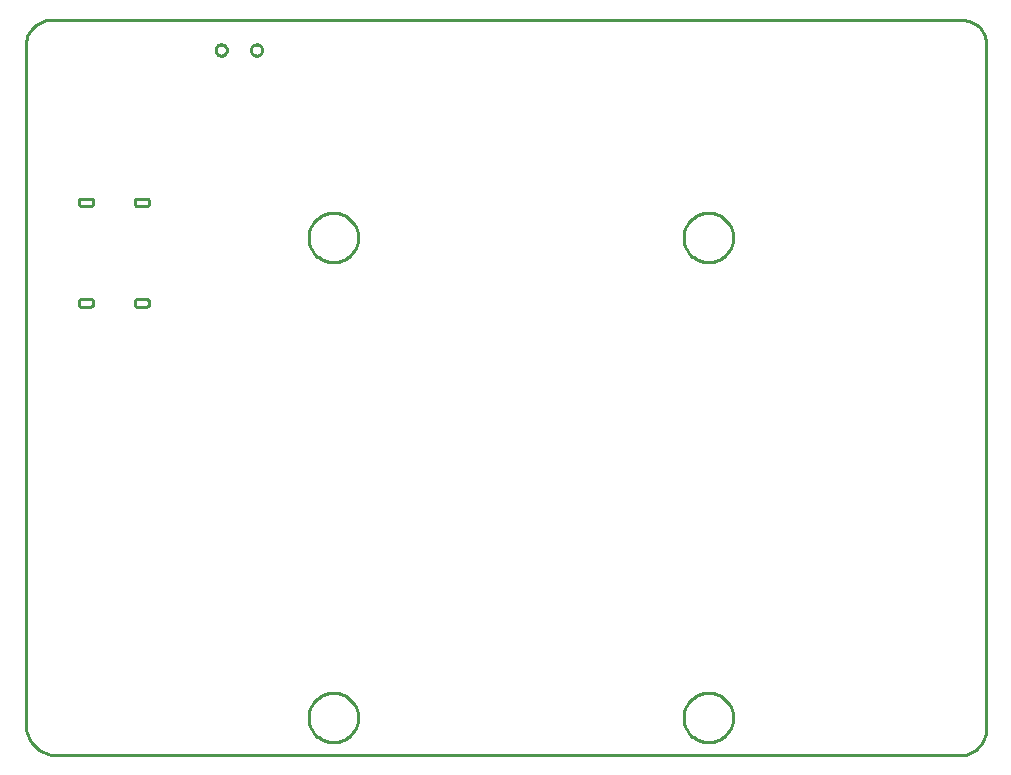
<source format=gbr>
G04 EAGLE Gerber RS-274X export*
G75*
%MOMM*%
%FSLAX34Y34*%
%LPD*%
%IN*%
%IPPOS*%
%AMOC8*
5,1,8,0,0,1.08239X$1,22.5*%
G01*
%ADD10C,0.254000*%


D10*
X-228600Y25400D02*
X-228503Y23186D01*
X-228214Y20989D01*
X-227735Y18826D01*
X-227068Y16713D01*
X-226220Y14666D01*
X-225197Y12700D01*
X-224006Y10831D01*
X-222658Y9073D01*
X-221161Y7440D01*
X-219527Y5942D01*
X-217769Y4594D01*
X-215900Y3403D01*
X-213935Y2380D01*
X-211887Y1532D01*
X-209774Y865D01*
X-207611Y386D01*
X-205414Y97D01*
X-203200Y0D01*
X565150Y0D01*
X567075Y361D01*
X568961Y889D01*
X570794Y1579D01*
X572560Y2426D01*
X574245Y3424D01*
X575837Y4565D01*
X577324Y5840D01*
X578693Y7241D01*
X579936Y8755D01*
X581041Y10371D01*
X582002Y12078D01*
X582810Y13862D01*
X583460Y15710D01*
X583946Y17607D01*
X584264Y19540D01*
X584414Y21492D01*
X584392Y23451D01*
X584200Y25400D01*
X584200Y601980D01*
X584180Y603698D01*
X584011Y605408D01*
X583694Y607097D01*
X583230Y608751D01*
X582624Y610359D01*
X581880Y611908D01*
X581004Y613386D01*
X580003Y614782D01*
X578883Y616085D01*
X577655Y617286D01*
X576326Y618376D01*
X574907Y619345D01*
X573410Y620187D01*
X571844Y620896D01*
X570223Y621465D01*
X568559Y621891D01*
X566863Y622170D01*
X565150Y622300D01*
X-209550Y622300D01*
X-211475Y621939D01*
X-213361Y621411D01*
X-215194Y620721D01*
X-216960Y619874D01*
X-218645Y618876D01*
X-220237Y617735D01*
X-221724Y616460D01*
X-223093Y615060D01*
X-224336Y613545D01*
X-225441Y611929D01*
X-226402Y610222D01*
X-227210Y608438D01*
X-227860Y606590D01*
X-228346Y604693D01*
X-228664Y602760D01*
X-228814Y600808D01*
X-228792Y598849D01*
X-228600Y596900D01*
X-228600Y25400D01*
X-183900Y381150D02*
X-183895Y381028D01*
X-183879Y380907D01*
X-183852Y380788D01*
X-183816Y380671D01*
X-183769Y380558D01*
X-183712Y380450D01*
X-183647Y380347D01*
X-183572Y380250D01*
X-183490Y380160D01*
X-183400Y380078D01*
X-183303Y380003D01*
X-183200Y379938D01*
X-183092Y379881D01*
X-182979Y379834D01*
X-182862Y379798D01*
X-182743Y379771D01*
X-182622Y379755D01*
X-182500Y379750D01*
X-173300Y379750D01*
X-173178Y379755D01*
X-173057Y379771D01*
X-172938Y379798D01*
X-172821Y379834D01*
X-172708Y379881D01*
X-172600Y379938D01*
X-172497Y380003D01*
X-172400Y380078D01*
X-172310Y380160D01*
X-172228Y380250D01*
X-172153Y380347D01*
X-172088Y380450D01*
X-172031Y380558D01*
X-171984Y380671D01*
X-171948Y380788D01*
X-171921Y380907D01*
X-171905Y381028D01*
X-171900Y381150D01*
X-171900Y384350D01*
X-171905Y384472D01*
X-171921Y384593D01*
X-171948Y384712D01*
X-171984Y384829D01*
X-172031Y384942D01*
X-172088Y385050D01*
X-172153Y385153D01*
X-172228Y385250D01*
X-172310Y385340D01*
X-172400Y385422D01*
X-172497Y385497D01*
X-172600Y385562D01*
X-172708Y385619D01*
X-172821Y385666D01*
X-172938Y385702D01*
X-173057Y385729D01*
X-173178Y385745D01*
X-173300Y385750D01*
X-182500Y385750D01*
X-182622Y385745D01*
X-182743Y385729D01*
X-182862Y385702D01*
X-182979Y385666D01*
X-183092Y385619D01*
X-183200Y385562D01*
X-183303Y385497D01*
X-183400Y385422D01*
X-183490Y385340D01*
X-183572Y385250D01*
X-183647Y385153D01*
X-183712Y385050D01*
X-183769Y384942D01*
X-183816Y384829D01*
X-183852Y384712D01*
X-183879Y384593D01*
X-183895Y384472D01*
X-183900Y384350D01*
X-183900Y381150D01*
X-183900Y466550D02*
X-183895Y466428D01*
X-183879Y466307D01*
X-183852Y466188D01*
X-183816Y466071D01*
X-183769Y465958D01*
X-183712Y465850D01*
X-183647Y465747D01*
X-183572Y465650D01*
X-183490Y465560D01*
X-183400Y465478D01*
X-183303Y465403D01*
X-183200Y465338D01*
X-183092Y465281D01*
X-182979Y465234D01*
X-182862Y465198D01*
X-182743Y465171D01*
X-182622Y465155D01*
X-182500Y465150D01*
X-173300Y465150D01*
X-173178Y465155D01*
X-173057Y465171D01*
X-172938Y465198D01*
X-172821Y465234D01*
X-172708Y465281D01*
X-172600Y465338D01*
X-172497Y465403D01*
X-172400Y465478D01*
X-172310Y465560D01*
X-172228Y465650D01*
X-172153Y465747D01*
X-172088Y465850D01*
X-172031Y465958D01*
X-171984Y466071D01*
X-171948Y466188D01*
X-171921Y466307D01*
X-171905Y466428D01*
X-171900Y466550D01*
X-171900Y469750D01*
X-171905Y469872D01*
X-171921Y469993D01*
X-171948Y470112D01*
X-171984Y470229D01*
X-172031Y470342D01*
X-172088Y470450D01*
X-172153Y470553D01*
X-172228Y470650D01*
X-172310Y470740D01*
X-172400Y470822D01*
X-172497Y470897D01*
X-172600Y470962D01*
X-172708Y471019D01*
X-172821Y471066D01*
X-172938Y471102D01*
X-173057Y471129D01*
X-173178Y471145D01*
X-173300Y471150D01*
X-182500Y471150D01*
X-182622Y471145D01*
X-182743Y471129D01*
X-182862Y471102D01*
X-182979Y471066D01*
X-183092Y471019D01*
X-183200Y470962D01*
X-183303Y470897D01*
X-183400Y470822D01*
X-183490Y470740D01*
X-183572Y470650D01*
X-183647Y470553D01*
X-183712Y470450D01*
X-183769Y470342D01*
X-183816Y470229D01*
X-183852Y470112D01*
X-183879Y469993D01*
X-183895Y469872D01*
X-183900Y469750D01*
X-183900Y466550D01*
X-136600Y381150D02*
X-136595Y381028D01*
X-136579Y380907D01*
X-136552Y380788D01*
X-136516Y380671D01*
X-136469Y380558D01*
X-136412Y380450D01*
X-136347Y380347D01*
X-136272Y380250D01*
X-136190Y380160D01*
X-136100Y380078D01*
X-136003Y380003D01*
X-135900Y379938D01*
X-135792Y379881D01*
X-135679Y379834D01*
X-135562Y379798D01*
X-135443Y379771D01*
X-135322Y379755D01*
X-135200Y379750D01*
X-126000Y379750D01*
X-125878Y379755D01*
X-125757Y379771D01*
X-125638Y379798D01*
X-125521Y379834D01*
X-125408Y379881D01*
X-125300Y379938D01*
X-125197Y380003D01*
X-125100Y380078D01*
X-125010Y380160D01*
X-124928Y380250D01*
X-124853Y380347D01*
X-124788Y380450D01*
X-124731Y380558D01*
X-124684Y380671D01*
X-124648Y380788D01*
X-124621Y380907D01*
X-124605Y381028D01*
X-124600Y381150D01*
X-124600Y384350D01*
X-124605Y384472D01*
X-124621Y384593D01*
X-124648Y384712D01*
X-124684Y384829D01*
X-124731Y384942D01*
X-124788Y385050D01*
X-124853Y385153D01*
X-124928Y385250D01*
X-125010Y385340D01*
X-125100Y385422D01*
X-125197Y385497D01*
X-125300Y385562D01*
X-125408Y385619D01*
X-125521Y385666D01*
X-125638Y385702D01*
X-125757Y385729D01*
X-125878Y385745D01*
X-126000Y385750D01*
X-135200Y385750D01*
X-135322Y385745D01*
X-135443Y385729D01*
X-135562Y385702D01*
X-135679Y385666D01*
X-135792Y385619D01*
X-135900Y385562D01*
X-136003Y385497D01*
X-136100Y385422D01*
X-136190Y385340D01*
X-136272Y385250D01*
X-136347Y385153D01*
X-136412Y385050D01*
X-136469Y384942D01*
X-136516Y384829D01*
X-136552Y384712D01*
X-136579Y384593D01*
X-136595Y384472D01*
X-136600Y384350D01*
X-136600Y381150D01*
X-136600Y466550D02*
X-136595Y466428D01*
X-136579Y466307D01*
X-136552Y466188D01*
X-136516Y466071D01*
X-136469Y465958D01*
X-136412Y465850D01*
X-136347Y465747D01*
X-136272Y465650D01*
X-136190Y465560D01*
X-136100Y465478D01*
X-136003Y465403D01*
X-135900Y465338D01*
X-135792Y465281D01*
X-135679Y465234D01*
X-135562Y465198D01*
X-135443Y465171D01*
X-135322Y465155D01*
X-135200Y465150D01*
X-126000Y465150D01*
X-125878Y465155D01*
X-125757Y465171D01*
X-125638Y465198D01*
X-125521Y465234D01*
X-125408Y465281D01*
X-125300Y465338D01*
X-125197Y465403D01*
X-125100Y465478D01*
X-125010Y465560D01*
X-124928Y465650D01*
X-124853Y465747D01*
X-124788Y465850D01*
X-124731Y465958D01*
X-124684Y466071D01*
X-124648Y466188D01*
X-124621Y466307D01*
X-124605Y466428D01*
X-124600Y466550D01*
X-124600Y469750D01*
X-124605Y469872D01*
X-124621Y469993D01*
X-124648Y470112D01*
X-124684Y470229D01*
X-124731Y470342D01*
X-124788Y470450D01*
X-124853Y470553D01*
X-124928Y470650D01*
X-125010Y470740D01*
X-125100Y470822D01*
X-125197Y470897D01*
X-125300Y470962D01*
X-125408Y471019D01*
X-125521Y471066D01*
X-125638Y471102D01*
X-125757Y471129D01*
X-125878Y471145D01*
X-126000Y471150D01*
X-135200Y471150D01*
X-135322Y471145D01*
X-135443Y471129D01*
X-135562Y471102D01*
X-135679Y471066D01*
X-135792Y471019D01*
X-135900Y470962D01*
X-136003Y470897D01*
X-136100Y470822D01*
X-136190Y470740D01*
X-136272Y470650D01*
X-136347Y470553D01*
X-136412Y470450D01*
X-136469Y470342D01*
X-136516Y470229D01*
X-136552Y470112D01*
X-136579Y469993D01*
X-136595Y469872D01*
X-136600Y469750D01*
X-136600Y466550D01*
X52705Y31117D02*
X52629Y29853D01*
X52476Y28596D01*
X52248Y27350D01*
X51945Y26120D01*
X51568Y24911D01*
X51119Y23727D01*
X50599Y22572D01*
X50010Y21451D01*
X49355Y20367D01*
X48636Y19325D01*
X47855Y18328D01*
X47015Y17380D01*
X46120Y16485D01*
X45172Y15645D01*
X44175Y14864D01*
X43133Y14145D01*
X42049Y13490D01*
X40928Y12901D01*
X39773Y12381D01*
X38589Y11932D01*
X37380Y11555D01*
X36150Y11252D01*
X34904Y11024D01*
X33647Y10871D01*
X32383Y10795D01*
X31117Y10795D01*
X29853Y10871D01*
X28596Y11024D01*
X27350Y11252D01*
X26120Y11555D01*
X24911Y11932D01*
X23727Y12381D01*
X22572Y12901D01*
X21451Y13490D01*
X20367Y14145D01*
X19325Y14864D01*
X18328Y15645D01*
X17380Y16485D01*
X16485Y17380D01*
X15645Y18328D01*
X14864Y19325D01*
X14145Y20367D01*
X13490Y21451D01*
X12901Y22572D01*
X12381Y23727D01*
X11932Y24911D01*
X11555Y26120D01*
X11252Y27350D01*
X11024Y28596D01*
X10871Y29853D01*
X10795Y31117D01*
X10795Y32383D01*
X10871Y33647D01*
X11024Y34904D01*
X11252Y36150D01*
X11555Y37380D01*
X11932Y38589D01*
X12381Y39773D01*
X12901Y40928D01*
X13490Y42049D01*
X14145Y43133D01*
X14864Y44175D01*
X15645Y45172D01*
X16485Y46120D01*
X17380Y47015D01*
X18328Y47855D01*
X19325Y48636D01*
X20367Y49355D01*
X21451Y50010D01*
X22572Y50599D01*
X23727Y51119D01*
X24911Y51568D01*
X26120Y51945D01*
X27350Y52248D01*
X28596Y52476D01*
X29853Y52629D01*
X31117Y52705D01*
X32383Y52705D01*
X33647Y52629D01*
X34904Y52476D01*
X36150Y52248D01*
X37380Y51945D01*
X38589Y51568D01*
X39773Y51119D01*
X40928Y50599D01*
X42049Y50010D01*
X43133Y49355D01*
X44175Y48636D01*
X45172Y47855D01*
X46120Y47015D01*
X47015Y46120D01*
X47855Y45172D01*
X48636Y44175D01*
X49355Y43133D01*
X50010Y42049D01*
X50599Y40928D01*
X51119Y39773D01*
X51568Y38589D01*
X51945Y37380D01*
X52248Y36150D01*
X52476Y34904D01*
X52629Y33647D01*
X52705Y32383D01*
X52705Y31117D01*
X370205Y31117D02*
X370129Y29853D01*
X369976Y28596D01*
X369748Y27350D01*
X369445Y26120D01*
X369068Y24911D01*
X368619Y23727D01*
X368099Y22572D01*
X367510Y21451D01*
X366855Y20367D01*
X366136Y19325D01*
X365355Y18328D01*
X364515Y17380D01*
X363620Y16485D01*
X362672Y15645D01*
X361675Y14864D01*
X360633Y14145D01*
X359549Y13490D01*
X358428Y12901D01*
X357273Y12381D01*
X356089Y11932D01*
X354880Y11555D01*
X353650Y11252D01*
X352404Y11024D01*
X351147Y10871D01*
X349883Y10795D01*
X348617Y10795D01*
X347353Y10871D01*
X346096Y11024D01*
X344850Y11252D01*
X343620Y11555D01*
X342411Y11932D01*
X341227Y12381D01*
X340072Y12901D01*
X338951Y13490D01*
X337867Y14145D01*
X336825Y14864D01*
X335828Y15645D01*
X334880Y16485D01*
X333985Y17380D01*
X333145Y18328D01*
X332364Y19325D01*
X331645Y20367D01*
X330990Y21451D01*
X330401Y22572D01*
X329881Y23727D01*
X329432Y24911D01*
X329055Y26120D01*
X328752Y27350D01*
X328524Y28596D01*
X328371Y29853D01*
X328295Y31117D01*
X328295Y32383D01*
X328371Y33647D01*
X328524Y34904D01*
X328752Y36150D01*
X329055Y37380D01*
X329432Y38589D01*
X329881Y39773D01*
X330401Y40928D01*
X330990Y42049D01*
X331645Y43133D01*
X332364Y44175D01*
X333145Y45172D01*
X333985Y46120D01*
X334880Y47015D01*
X335828Y47855D01*
X336825Y48636D01*
X337867Y49355D01*
X338951Y50010D01*
X340072Y50599D01*
X341227Y51119D01*
X342411Y51568D01*
X343620Y51945D01*
X344850Y52248D01*
X346096Y52476D01*
X347353Y52629D01*
X348617Y52705D01*
X349883Y52705D01*
X351147Y52629D01*
X352404Y52476D01*
X353650Y52248D01*
X354880Y51945D01*
X356089Y51568D01*
X357273Y51119D01*
X358428Y50599D01*
X359549Y50010D01*
X360633Y49355D01*
X361675Y48636D01*
X362672Y47855D01*
X363620Y47015D01*
X364515Y46120D01*
X365355Y45172D01*
X366136Y44175D01*
X366855Y43133D01*
X367510Y42049D01*
X368099Y40928D01*
X368619Y39773D01*
X369068Y38589D01*
X369445Y37380D01*
X369748Y36150D01*
X369976Y34904D01*
X370129Y33647D01*
X370205Y32383D01*
X370205Y31117D01*
X370205Y437517D02*
X370129Y436253D01*
X369976Y434996D01*
X369748Y433750D01*
X369445Y432520D01*
X369068Y431311D01*
X368619Y430127D01*
X368099Y428972D01*
X367510Y427851D01*
X366855Y426767D01*
X366136Y425725D01*
X365355Y424728D01*
X364515Y423780D01*
X363620Y422885D01*
X362672Y422045D01*
X361675Y421264D01*
X360633Y420545D01*
X359549Y419890D01*
X358428Y419301D01*
X357273Y418781D01*
X356089Y418332D01*
X354880Y417955D01*
X353650Y417652D01*
X352404Y417424D01*
X351147Y417271D01*
X349883Y417195D01*
X348617Y417195D01*
X347353Y417271D01*
X346096Y417424D01*
X344850Y417652D01*
X343620Y417955D01*
X342411Y418332D01*
X341227Y418781D01*
X340072Y419301D01*
X338951Y419890D01*
X337867Y420545D01*
X336825Y421264D01*
X335828Y422045D01*
X334880Y422885D01*
X333985Y423780D01*
X333145Y424728D01*
X332364Y425725D01*
X331645Y426767D01*
X330990Y427851D01*
X330401Y428972D01*
X329881Y430127D01*
X329432Y431311D01*
X329055Y432520D01*
X328752Y433750D01*
X328524Y434996D01*
X328371Y436253D01*
X328295Y437517D01*
X328295Y438783D01*
X328371Y440047D01*
X328524Y441304D01*
X328752Y442550D01*
X329055Y443780D01*
X329432Y444989D01*
X329881Y446173D01*
X330401Y447328D01*
X330990Y448449D01*
X331645Y449533D01*
X332364Y450575D01*
X333145Y451572D01*
X333985Y452520D01*
X334880Y453415D01*
X335828Y454255D01*
X336825Y455036D01*
X337867Y455755D01*
X338951Y456410D01*
X340072Y456999D01*
X341227Y457519D01*
X342411Y457968D01*
X343620Y458345D01*
X344850Y458648D01*
X346096Y458876D01*
X347353Y459029D01*
X348617Y459105D01*
X349883Y459105D01*
X351147Y459029D01*
X352404Y458876D01*
X353650Y458648D01*
X354880Y458345D01*
X356089Y457968D01*
X357273Y457519D01*
X358428Y456999D01*
X359549Y456410D01*
X360633Y455755D01*
X361675Y455036D01*
X362672Y454255D01*
X363620Y453415D01*
X364515Y452520D01*
X365355Y451572D01*
X366136Y450575D01*
X366855Y449533D01*
X367510Y448449D01*
X368099Y447328D01*
X368619Y446173D01*
X369068Y444989D01*
X369445Y443780D01*
X369748Y442550D01*
X369976Y441304D01*
X370129Y440047D01*
X370205Y438783D01*
X370205Y437517D01*
X52705Y437517D02*
X52629Y436253D01*
X52476Y434996D01*
X52248Y433750D01*
X51945Y432520D01*
X51568Y431311D01*
X51119Y430127D01*
X50599Y428972D01*
X50010Y427851D01*
X49355Y426767D01*
X48636Y425725D01*
X47855Y424728D01*
X47015Y423780D01*
X46120Y422885D01*
X45172Y422045D01*
X44175Y421264D01*
X43133Y420545D01*
X42049Y419890D01*
X40928Y419301D01*
X39773Y418781D01*
X38589Y418332D01*
X37380Y417955D01*
X36150Y417652D01*
X34904Y417424D01*
X33647Y417271D01*
X32383Y417195D01*
X31117Y417195D01*
X29853Y417271D01*
X28596Y417424D01*
X27350Y417652D01*
X26120Y417955D01*
X24911Y418332D01*
X23727Y418781D01*
X22572Y419301D01*
X21451Y419890D01*
X20367Y420545D01*
X19325Y421264D01*
X18328Y422045D01*
X17380Y422885D01*
X16485Y423780D01*
X15645Y424728D01*
X14864Y425725D01*
X14145Y426767D01*
X13490Y427851D01*
X12901Y428972D01*
X12381Y430127D01*
X11932Y431311D01*
X11555Y432520D01*
X11252Y433750D01*
X11024Y434996D01*
X10871Y436253D01*
X10795Y437517D01*
X10795Y438783D01*
X10871Y440047D01*
X11024Y441304D01*
X11252Y442550D01*
X11555Y443780D01*
X11932Y444989D01*
X12381Y446173D01*
X12901Y447328D01*
X13490Y448449D01*
X14145Y449533D01*
X14864Y450575D01*
X15645Y451572D01*
X16485Y452520D01*
X17380Y453415D01*
X18328Y454255D01*
X19325Y455036D01*
X20367Y455755D01*
X21451Y456410D01*
X22572Y456999D01*
X23727Y457519D01*
X24911Y457968D01*
X26120Y458345D01*
X27350Y458648D01*
X28596Y458876D01*
X29853Y459029D01*
X31117Y459105D01*
X32383Y459105D01*
X33647Y459029D01*
X34904Y458876D01*
X36150Y458648D01*
X37380Y458345D01*
X38589Y457968D01*
X39773Y457519D01*
X40928Y456999D01*
X42049Y456410D01*
X43133Y455755D01*
X44175Y455036D01*
X45172Y454255D01*
X46120Y453415D01*
X47015Y452520D01*
X47855Y451572D01*
X48636Y450575D01*
X49355Y449533D01*
X50010Y448449D01*
X50599Y447328D01*
X51119Y446173D01*
X51568Y444989D01*
X51945Y443780D01*
X52248Y442550D01*
X52476Y441304D01*
X52629Y440047D01*
X52705Y438783D01*
X52705Y437517D01*
X-58510Y596633D02*
X-58570Y596103D01*
X-58688Y595583D01*
X-58865Y595079D01*
X-59096Y594599D01*
X-59380Y594147D01*
X-59713Y593730D01*
X-60090Y593353D01*
X-60507Y593020D01*
X-60959Y592736D01*
X-61439Y592505D01*
X-61943Y592328D01*
X-62463Y592210D01*
X-62993Y592150D01*
X-63527Y592150D01*
X-64057Y592210D01*
X-64577Y592328D01*
X-65081Y592505D01*
X-65561Y592736D01*
X-66013Y593020D01*
X-66430Y593353D01*
X-66807Y593730D01*
X-67140Y594147D01*
X-67424Y594599D01*
X-67655Y595079D01*
X-67832Y595583D01*
X-67950Y596103D01*
X-68010Y596633D01*
X-68010Y597167D01*
X-67950Y597697D01*
X-67832Y598217D01*
X-67655Y598721D01*
X-67424Y599201D01*
X-67140Y599653D01*
X-66807Y600070D01*
X-66430Y600447D01*
X-66013Y600780D01*
X-65561Y601064D01*
X-65081Y601295D01*
X-64577Y601472D01*
X-64057Y601590D01*
X-63527Y601650D01*
X-62993Y601650D01*
X-62463Y601590D01*
X-61943Y601472D01*
X-61439Y601295D01*
X-60959Y601064D01*
X-60507Y600780D01*
X-60090Y600447D01*
X-59713Y600070D01*
X-59380Y599653D01*
X-59096Y599201D01*
X-58865Y598721D01*
X-58688Y598217D01*
X-58570Y597697D01*
X-58510Y597167D01*
X-58510Y596633D01*
X-28510Y596633D02*
X-28570Y596103D01*
X-28688Y595583D01*
X-28865Y595079D01*
X-29096Y594599D01*
X-29380Y594147D01*
X-29713Y593730D01*
X-30090Y593353D01*
X-30507Y593020D01*
X-30959Y592736D01*
X-31439Y592505D01*
X-31943Y592328D01*
X-32463Y592210D01*
X-32993Y592150D01*
X-33527Y592150D01*
X-34057Y592210D01*
X-34577Y592328D01*
X-35081Y592505D01*
X-35561Y592736D01*
X-36013Y593020D01*
X-36430Y593353D01*
X-36807Y593730D01*
X-37140Y594147D01*
X-37424Y594599D01*
X-37655Y595079D01*
X-37832Y595583D01*
X-37950Y596103D01*
X-38010Y596633D01*
X-38010Y597167D01*
X-37950Y597697D01*
X-37832Y598217D01*
X-37655Y598721D01*
X-37424Y599201D01*
X-37140Y599653D01*
X-36807Y600070D01*
X-36430Y600447D01*
X-36013Y600780D01*
X-35561Y601064D01*
X-35081Y601295D01*
X-34577Y601472D01*
X-34057Y601590D01*
X-33527Y601650D01*
X-32993Y601650D01*
X-32463Y601590D01*
X-31943Y601472D01*
X-31439Y601295D01*
X-30959Y601064D01*
X-30507Y600780D01*
X-30090Y600447D01*
X-29713Y600070D01*
X-29380Y599653D01*
X-29096Y599201D01*
X-28865Y598721D01*
X-28688Y598217D01*
X-28570Y597697D01*
X-28510Y597167D01*
X-28510Y596633D01*
M02*

</source>
